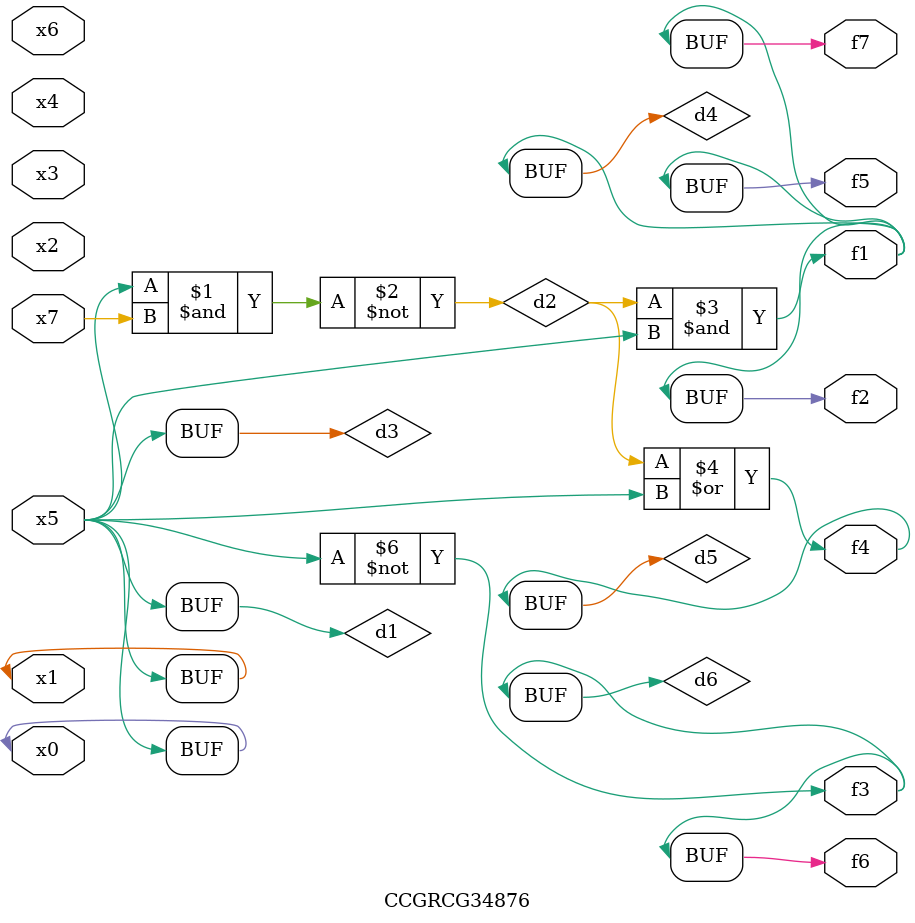
<source format=v>
module CCGRCG34876(
	input x0, x1, x2, x3, x4, x5, x6, x7,
	output f1, f2, f3, f4, f5, f6, f7
);

	wire d1, d2, d3, d4, d5, d6;

	buf (d1, x0, x5);
	nand (d2, x5, x7);
	buf (d3, x0, x1);
	and (d4, d2, d3);
	or (d5, d2, d3);
	nor (d6, d1, d3);
	assign f1 = d4;
	assign f2 = d4;
	assign f3 = d6;
	assign f4 = d5;
	assign f5 = d4;
	assign f6 = d6;
	assign f7 = d4;
endmodule

</source>
